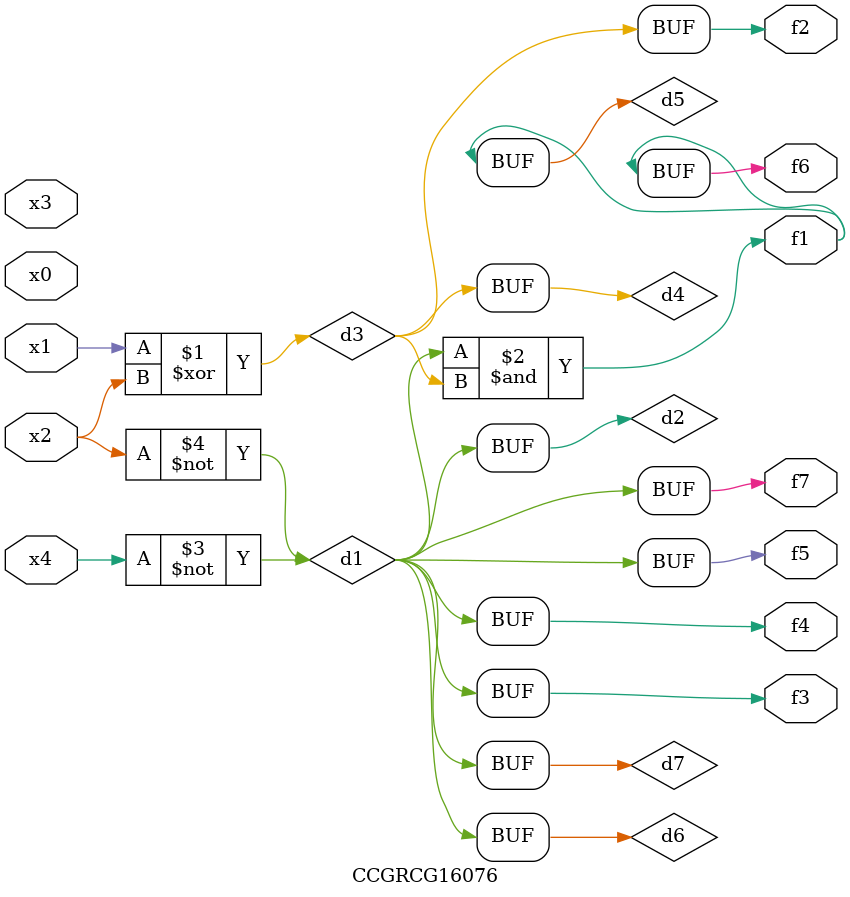
<source format=v>
module CCGRCG16076(
	input x0, x1, x2, x3, x4,
	output f1, f2, f3, f4, f5, f6, f7
);

	wire d1, d2, d3, d4, d5, d6, d7;

	not (d1, x4);
	not (d2, x2);
	xor (d3, x1, x2);
	buf (d4, d3);
	and (d5, d1, d3);
	buf (d6, d1, d2);
	buf (d7, d2);
	assign f1 = d5;
	assign f2 = d4;
	assign f3 = d7;
	assign f4 = d7;
	assign f5 = d7;
	assign f6 = d5;
	assign f7 = d7;
endmodule

</source>
